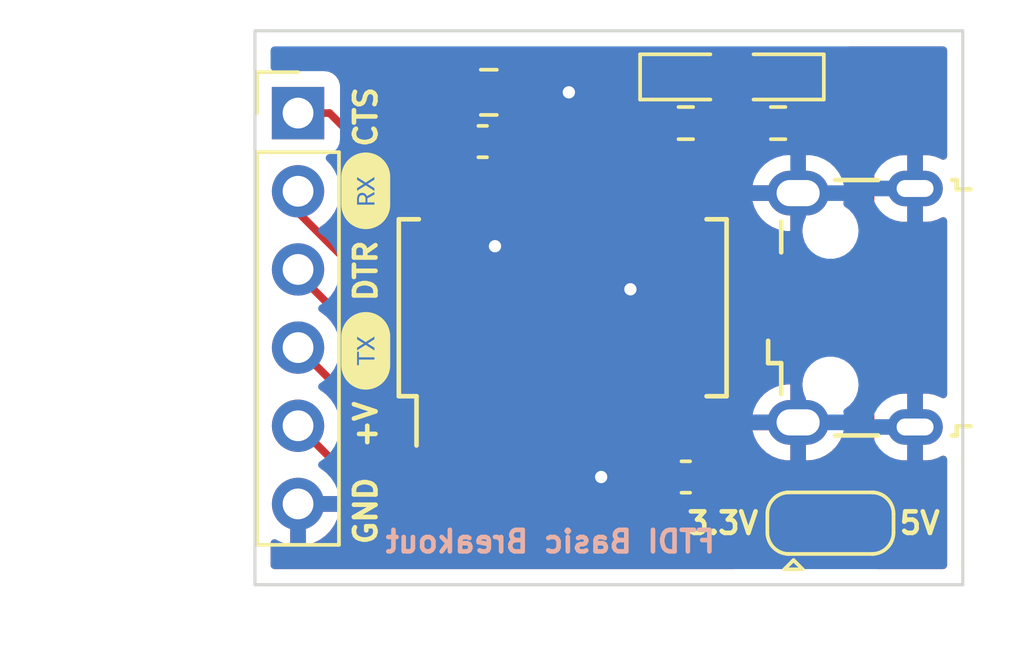
<source format=kicad_pcb>
(kicad_pcb (version 20210424) (generator pcbnew)
  (layers (0 "F.Cu" signal) (31 "B.Cu" signal) (34 "B.Paste" user) (35 "F.Paste" user) (36 "B.SilkS" user "B.Silkscreen") (37 "F.SilkS" user "F.Silkscreen") (38 "B.Mask" user) (39 "F.Mask" user) (44 "Edge.Cuts" user))
  (net 0 "")
  (net 1 "+5V")
  (net 2 "GND")
  (net 3 "Net-(D1-Pad1)")
  (net 4 "Net-(D2-Pad1)")
  (net 5 "Net-(J1-Pad2)")
  (net 6 "Net-(J1-Pad3)")
  (net 8 "/CTS")
  (net 9 "/RX")
  (net 10 "/DTR")
  (net 11 "/TX")
  (net 12 "/VCCIO")
  (net 13 "+3V3")
  (net 14 "/TX_LED")
  (net 15 "/RX_LED")
  (footprint "FTDI_Basic_Breakout:SSOP-28_5.3x10.2mm_P0.65mm" (layer "F.Cu") (at 130 101 90)
    (fp_text reference "U1" hide)
    (fp_text value "FT232RL" hide)
    (fp_line (start -2.875 -5.325) (end 2.875 -5.325) (layer "F.SilkS") (width 0.15))
    (fp_line (start 2.875 5.325) (end 2.875 4.675) (layer "F.SilkS") (width 0.15))
    (fp_line (start 2.875 -5.325) (end 2.875 -4.675) (layer "F.SilkS") (width 0.15))
    (fp_line (start -2.875 -4.75) (end -4.475 -4.75) (layer "F.SilkS") (width 0.15))
    (fp_line (start -2.875 -5.325) (end -2.875 -4.75) (layer "F.SilkS") (width 0.15))
    (fp_line (start -2.875 5.325) (end -2.875 4.675) (layer "F.SilkS") (width 0.15))
    (fp_line (start -2.875 5.325) (end 2.875 5.325) (layer "F.SilkS") (width 0.15))
    (pad "1" smd rect locked (at -3.6 -4.225 90) (size 1.75 0.45) (layers "F.Cu" "F.Paste" "F.Mask") (net 11 "/TX"))
    (pad "2" smd rect locked (at -3.6 -3.575 90) (size 1.75 0.45) (layers "F.Cu" "F.Paste" "F.Mask") (net 10 "/DTR"))
    (pad "3" smd rect locked (at -3.6 -2.925 90) (size 1.75 0.45) (layers "F.Cu" "F.Paste" "F.Mask"))
    (pad "4" smd rect locked (at -3.6 -2.275 90) (size 1.75 0.45) (layers "F.Cu" "F.Paste" "F.Mask") (net 12 "/VCCIO"))
    (pad "5" smd rect locked (at -3.6 -1.625 90) (size 1.75 0.45) (layers "F.Cu" "F.Paste" "F.Mask") (net 9 "/RX"))
    (pad "6" smd rect locked (at -3.6 -0.975 90) (size 1.75 0.45) (layers "F.Cu" "F.Paste" "F.Mask"))
    (pad "7" smd rect locked (at -3.6 -0.325 90) (size 1.75 0.45) (layers "F.Cu" "F.Paste" "F.Mask") (net 2 "GND"))
    (pad "8" smd rect locked (at -3.6 0.325 90) (size 1.75 0.45) (layers "F.Cu" "F.Paste" "F.Mask"))
    (pad "9" smd rect locked (at -3.6 0.975 90) (size 1.75 0.45) (layers "F.Cu" "F.Paste" "F.Mask"))
    (pad "10" smd rect locked (at -3.6 1.625 90) (size 1.75 0.45) (layers "F.Cu" "F.Paste" "F.Mask"))
    (pad "11" smd rect locked (at -3.6 2.275 90) (size 1.75 0.45) (layers "F.Cu" "F.Paste" "F.Mask") (net 8 "/CTS"))
    (pad "12" smd rect locked (at -3.6 2.925 90) (size 1.75 0.45) (layers "F.Cu" "F.Paste" "F.Mask"))
    (pad "13" smd rect locked (at -3.6 3.575 90) (size 1.75 0.45) (layers "F.Cu" "F.Paste" "F.Mask"))
    (pad "14" smd rect locked (at -3.6 4.225 90) (size 1.75 0.45) (layers "F.Cu" "F.Paste" "F.Mask"))
    (pad "15" smd rect locked (at 3.6 4.225 90) (size 1.75 0.45) (layers "F.Cu" "F.Paste" "F.Mask") (net 6 "Net-(J1-Pad3)"))
    (pad "16" smd rect locked (at 3.6 3.575 90) (size 1.75 0.45) (layers "F.Cu" "F.Paste" "F.Mask") (net 5 "Net-(J1-Pad2)"))
    (pad "17" smd rect locked (at 3.6 2.925 90) (size 1.75 0.45) (layers "F.Cu" "F.Paste" "F.Mask") (net 13 "+3V3"))
    (pad "18" smd rect locked (at 3.6 2.275 90) (size 1.75 0.45) (layers "F.Cu" "F.Paste" "F.Mask") (net 2 "GND"))
    (pad "19" smd rect locked (at 3.6 1.625 90) (size 1.75 0.45) (layers "F.Cu" "F.Paste" "F.Mask"))
    (pad "20" smd rect locked (at 3.6 0.975 90) (size 1.75 0.45) (layers "F.Cu" "F.Paste" "F.Mask") (net 1 "+5V"))
    (pad "21" smd rect locked (at 3.6 0.325 90) (size 1.75 0.45) (layers "F.Cu" "F.Paste" "F.Mask") (net 2 "GND"))
    (pad "22" smd rect locked (at 3.6 -0.325 90) (size 1.75 0.45) (layers "F.Cu" "F.Paste" "F.Mask") (net 15 "/RX_LED"))
    (pad "23" smd rect locked (at 3.6 -0.975 90) (size 1.75 0.45) (layers "F.Cu" "F.Paste" "F.Mask") (net 14 "/TX_LED"))
    (pad "24" smd rect locked (at 3.6 -1.625 90) (size 1.75 0.45) (layers "F.Cu" "F.Paste" "F.Mask"))
    (pad "25" smd rect locked (at 3.6 -2.275 90) (size 1.75 0.45) (layers "F.Cu" "F.Paste" "F.Mask") (net 2 "GND"))
    (pad "26" smd rect locked (at 3.6 -2.925 90) (size 1.75 0.45) (layers "F.Cu" "F.Paste" "F.Mask"))
    (pad "27" smd rect locked (at 3.6 -3.575 90) (size 1.75 0.45) (layers "F.Cu" "F.Paste" "F.Mask"))
    (pad "28" smd rect locked (at 3.6 -4.225 90) (size 1.75 0.45) (layers "F.Cu" "F.Paste" "F.Mask"))
  )
  (footprint "FTDI_Basic_Breakout:USB_Micro-B_Wuerth_629105150521" (layer "F.Cu") (at 139.5 101 90)
    (fp_text reference "J1" hide)
    (fp_text value "USB_B_Micro" hide)
    (fp_line (start -1.075 -2.825) (end -1.8 -2.825) (layer "F.SilkS") (width 0.15))
    (fp_line (start -4.15 -0.65) (end -4.15 0.75) (layer "F.SilkS") (width 0.15))
    (fp_line (start -4.15 3.3) (end -3.85 3.3) (layer "F.SilkS") (width 0.15))
    (fp_line (start 3.85 3.75) (end 3.85 3.3) (layer "F.SilkS") (width 0.15))
    (fp_line (start 3.85 3.3) (end 4.15 3.3) (layer "F.SilkS") (width 0.15))
    (fp_line (start -3.85 3.3) (end -3.85 3.75) (layer "F.SilkS") (width 0.15))
    (fp_line (start -1.8 -2.825) (end -1.8 -2.4) (layer "F.SilkS") (width 0.15))
    (fp_line (start -4.15 3.15) (end -4.15 3.3) (layer "F.SilkS") (width 0.15))
    (fp_line (start 1.8 -2.4) (end 2.8 -2.4) (layer "F.SilkS") (width 0.15))
    (fp_line (start 4.15 3.3) (end 4.15 3.15) (layer "F.SilkS") (width 0.15))
    (fp_line (start 4.15 0.75) (end 4.15 -0.65) (layer "F.SilkS") (width 0.15))
    (fp_line (start -1.8 -2.4) (end -2.8 -2.4) (layer "F.SilkS") (width 0.15))
    (pad "" np_thru_hole oval (at 2.5 -0.8 90) (size 0.8 0.8) (drill 0.8) (layers *.Cu *.Mask))
    (pad "" np_thru_hole oval (at -2.5 -0.8 90) (size 0.8 0.8) (drill 0.8) (layers *.Cu *.Mask))
    (pad "1" smd rect (at -1.3 -1.9 90) (size 0.45 1.3) (layers "F.Cu" "F.Paste" "F.Mask") (net 1 "+5V"))
    (pad "2" smd rect (at -0.65 -1.9 90) (size 0.45 1.3) (layers "F.Cu" "F.Paste" "F.Mask") (net 5 "Net-(J1-Pad2)"))
    (pad "3" smd rect (at 0 -1.9 90) (size 0.45 1.3) (layers "F.Cu" "F.Paste" "F.Mask") (net 6 "Net-(J1-Pad3)"))
    (pad "4" smd rect (at 0.65 -1.9 90) (size 0.45 1.3) (layers "F.Cu" "F.Paste" "F.Mask"))
    (pad "5" smd rect (at 1.3 -1.9 90) (size 0.45 1.3) (layers "F.Cu" "F.Paste" "F.Mask") (net 2 "GND"))
    (pad "6" thru_hole oval (at 3.725 -1.85 90) (size 1.45 2) (drill oval 0.85 1.4) (layers *.Cu *.Mask) (net 2 "GND"))
    (pad "6" thru_hole oval (at -3.725 -1.85 90) (size 1.45 2) (drill oval 0.85 1.4) (layers *.Cu *.Mask) (net 2 "GND"))
    (pad "6" thru_hole oval (at -3.875 1.95 90) (size 1.15 1.8) (drill oval 0.55 1.2) (layers *.Cu *.Mask) (net 2 "GND"))
    (pad "6" thru_hole oval (at 3.875 1.95 90) (size 1.15 1.8) (drill oval 0.55 1.2) (layers *.Cu *.Mask) (net 2 "GND"))
  )
  (footprint "FTDI_Basic_Breakout:R_0603_1608Metric" (layer "F.Cu") (at 137 95)
    (fp_text reference "R2" hide)
    (fp_text value "1K" hide)
    (fp_line (start -0.237258 -0.5225) (end 0.237258 -0.5225) (layer "F.SilkS") (width 0.12))
    (fp_line (start -0.237258 0.5225) (end 0.237258 0.5225) (layer "F.SilkS") (width 0.12))
    (pad "1" smd roundrect locked (at -0.825 0) (size 0.8 0.95) (layers "F.Cu" "F.Paste" "F.Mask") (net 15 "/RX_LED"))
    (pad "2" smd roundrect locked (at 0.825 0) (size 0.8 0.95) (layers "F.Cu" "F.Paste" "F.Mask") (net 4 "Net-(D2-Pad1)"))
  )
  (footprint "svg2mod" (layer "F.Cu") (at 123.6 97.2 90)
    (fp_text reference "svg2mod" hide)
    (fp_text value "G***" hide)
    (fp_poly (pts (xy -0.375365 -0.006976) (xy -0.261031 -0.006976) (xy -0.211276 -0.014146) (xy -0.172858 -0.035657) (xy -0.148295 -0.069182) (xy -0.140108 -0.112396) (xy -0.147908 -0.158614) (xy -0.171307 -0.192624) (xy -0.209435 -0.21365) (xy -0.261418 -0.220917) (xy -0.375365 -0.220917) (xy -0.375365 -0.006976)) (layer "F.SilkS") (width 0) (fill solid))
    (fp_poly (pts (xy -0.450166 -0.794784) (xy -0.450166 -0.282153) (xy -0.263356 -0.282153) (xy -0.204682 -0.27733) (xy -0.155783 -0.262861) (xy -0.11666 -0.238745) (xy -0.08813 -0.205414) (xy -0.071012 -0.163298) (xy -0.065306 -0.112396) (xy -0.072428 -0.063078) (xy -0.093793 -0.020541) (xy 0.178477 -0.002325) (xy -0.000194 -0.282153) (xy 0.08701 -0.282153) (xy 0.223048 -0.065887) (xy 0.358311 -0.282153) (xy 0.445903 -0.282153) (xy 0.267619 -0.002325) (xy 0.450166 0.282153) (xy 0.3618 0.282153) (xy 0.223048 0.062012) (xy 0.083522 0.282153) (xy -0.004457 0.282153) (xy 0.178477 -0.002325) (xy -0.093793 -0.020541) (xy -0.127851 0.013662) (xy -0.173051 0.037982) (xy -0.040501 0.277502) (xy -0.040501 0.282153) (xy -0.120342 0.282153) (xy -0.242815 0.053873) (xy -0.375365 0.053873) (xy -0.375365 0.282153) (xy -0.450166 0.282153) (xy -0.450166 -0.282153) (xy -0.450166 -0.794784) (xy -0.450232 -0.794784) (xy -0.489231 -0.793826) (xy -0.528135 -0.790956) (xy -0.566851 -0.786181) (xy -0.605287 -0.779512) (xy -0.643349 -0.770965) (xy -0.680946 -0.76056) (xy -0.717987 -0.748324) (xy -0.754383 -0.734284) (xy -0.790046 -0.718476) (xy -0.824891 -0.700936) (xy -0.858833 -0.681709) (xy -0.891791 -0.660838) (xy -0.923684 -0.638376) (xy -0.954438 -0.614376) (xy -0.983976 -0.588896) (xy -1.012229 -0.561997) (xy -1.039128 -0.533744) (xy -1.064608 -0.504205) (xy -1.088609 -0.473452) (xy -1.111071 -0.441558) (xy -1.131941 -0.4086) (xy -1.151169 -0.374658) (xy -1.168708 -0.339814) (xy -1.184517 -0.30415) (xy -1.198556 -0.267754) (xy -1.210793 -0.230713) (xy -1.221197 -0.193117) (xy -1.229744 -0.155055) (xy -1.236414 -0.116619) (xy -1.241189 -0.077902) (xy -1.244059 -0.038998) (xy -1.245016 0) (xy -1.244059 0.038998) (xy -1.241189 0.077902) (xy -1.236414 0.116619) (xy -1.229744 0.155055) (xy -1.221197 0.193117) (xy -1.210793 0.230713) (xy -1.198556 0.267754) (xy -1.184517 0.30415) (xy -1.168708 0.339814) (xy -1.151169 0.374658) (xy -1.131941 0.4086) (xy -1.111071 0.441558) (xy -1.088609 0.473452) (xy -1.064608 0.504205) (xy -1.039128 0.533744) (xy -1.012229 0.561997) (xy -0.983976 0.588896) (xy -0.954438 0.614376) (xy -0.923684 0.638376) (xy -0.891791 0.660838) (xy -0.858833 0.681709) (xy -0.824891 0.700936) (xy -0.790046 0.718476) (xy -0.754383 0.734284) (xy -0.717987 0.748324) (xy -0.680946 0.76056) (xy -0.643349 0.770965) (xy -0.605287 0.779512) (xy -0.566851 0.786181) (xy -0.528135 0.790956) (xy -0.489231 0.793826) (xy -0.450232 0.794784) (xy -0.450166 0.794784) (xy 0.450166 0.794784) (xy 0.450232 0.794784) (xy 0.489231 0.793826) (xy 0.528135 0.790956) (xy 0.566851 0.786181) (xy 0.605287 0.779512) (xy 0.643349 0.770965) (xy 0.680946 0.76056) (xy 0.717987 0.748324) (xy 0.754383 0.734284) (xy 0.790046 0.718476) (xy 0.824891 0.700936) (xy 0.858833 0.681709) (xy 0.891791 0.660838) (xy 0.923684 0.638376) (xy 0.954438 0.614376) (xy 0.983976 0.588896) (xy 1.012229 0.561997) (xy 1.039128 0.533744) (xy 1.064608 0.504205) (xy 1.088609 0.473452) (xy 1.111071 0.441558) (xy 1.131941 0.4086) (xy 1.151169 0.374658) (xy 1.168708 0.339814) (xy 1.184517 0.30415) (xy 1.198556 0.267755) (xy 1.210793 0.230713) (xy 1.221197 0.193117) (xy 1.229744 0.155055) (xy 1.236414 0.116619) (xy 1.241189 0.077902) (xy 1.244059 0.038998) (xy 1.245016 0) (xy 1.244059 -0.038998) (xy 1.241189 -0.077902) (xy 1.236414 -0.116619) (xy 1.229744 -0.155055) (xy 1.221197 -0.193117) (xy 1.210793 -0.230713) (xy 1.198556 -0.267755) (xy 1.184517 -0.30415) (xy 1.168708 -0.339814) (xy 1.151169 -0.374658) (xy 1.131941 -0.4086) (xy 1.111071 -0.441558) (xy 1.088609 -0.473452) (xy 1.064608 -0.504205) (xy 1.039128 -0.533744) (xy 1.012229 -0.561997) (xy 0.983976 -0.588896) (xy 0.954438 -0.614376) (xy 0.923684 -0.638376) (xy 0.891791 -0.660838) (xy 0.858833 -0.681709) (xy 0.824891 -0.700936) (xy 0.790046 -0.718476) (xy 0.754383 -0.734284) (xy 0.717987 -0.748324) (xy 0.680946 -0.76056) (xy 0.643349 -0.770965) (xy 0.605287 -0.779512) (xy 0.566851 -0.786181) (xy 0.528135 -0.790956) (xy 0.489231 -0.793826) (xy 0.450232 -0.794784) (xy 0.450166 -0.794784) (xy -0.450166 -0.794784)) (layer "F.SilkS") (width 0) (fill solid))
  )
  (footprint "FTDI_Basic_Breakout:C_0805_2012Metric" (layer "F.Cu") (at 127.6 94)
    (fp_text reference "C2" hide)
    (fp_text value "10uF" hide)
    (fp_line (start -0.261252 0.735) (end 0.261252 0.735) (layer "F.SilkS") (width 0.12))
    (fp_line (start -0.261252 -0.735) (end 0.261252 -0.735) (layer "F.SilkS") (width 0.12))
    (pad "1" smd roundrect locked (at -0.95 0) (size 1 1.45) (layers "F.Cu" "F.Paste" "F.Mask") (net 1 "+5V"))
    (pad "2" smd roundrect locked (at 0.95 0) (size 1 1.45) (layers "F.Cu" "F.Paste" "F.Mask") (net 2 "GND"))
  )
  (footprint "FTDI_Basic_Breakout:C_0603_1608Metric" (layer "F.Cu") (at 134 106.5)
    (fp_text reference "C3" hide)
    (fp_text value "0.1uF" hide)
    (fp_line (start -0.14058 -0.51) (end 0.14058 -0.51) (layer "F.SilkS") (width 0.12))
    (fp_line (start -0.14058 0.51) (end 0.14058 0.51) (layer "F.SilkS") (width 0.12))
    (pad "1" smd roundrect locked (at -0.775 0) (size 0.9 0.95) (layers "F.Cu" "F.Paste" "F.Mask") (net 2 "GND"))
    (pad "2" smd roundrect locked (at 0.775 0) (size 0.9 0.95) (layers "F.Cu" "F.Paste" "F.Mask") (net 13 "+3V3"))
  )
  (footprint "FTDI_Basic_Breakout:SolderJumper-3_P1.3mm_Bridged12_RoundedPad1.0x1.5mm" (layer "F.Cu") (at 138.7 108)
    (fp_text reference "JP1" hide)
    (fp_text value "SolderJumper_3_Bridged12" hide)
    (fp_poly (pts (xy -0.9 -0.3) (xy -0.4 -0.3) (xy -0.4 0.3) (xy -0.9 0.3)) (layer "F.Cu") (width 0) (fill solid))
    (fp_line (start -1.2 1.2) (end -0.9 1.5) (layer "F.SilkS") (width 0.12))
    (fp_line (start 2.05 -0.3) (end 2.05 0.3) (layer "F.SilkS") (width 0.12))
    (fp_line (start 1.4 1) (end -1.4 1) (layer "F.SilkS") (width 0.12))
    (fp_line (start -1.5 1.5) (end -0.9 1.5) (layer "F.SilkS") (width 0.12))
    (fp_line (start -1.2 1.2) (end -1.5 1.5) (layer "F.SilkS") (width 0.12))
    (fp_line (start -2.05 0.3) (end -2.05 -0.3) (layer "F.SilkS") (width 0.12))
    (fp_line (start -1.4 -1) (end 1.4 -1) (layer "F.SilkS") (width 0.12))
    (fp_arc (start -1.35 0.3) (end -2.05 0.3) (angle -90) (layer "F.SilkS") (width 0.12))
    (fp_arc (start 1.35 -0.3) (end 2.05 -0.3) (angle -90) (layer "F.SilkS") (width 0.12))
    (fp_arc (start 1.35 0.3) (end 1.35 1) (angle -90) (layer "F.SilkS") (width 0.12))
    (fp_arc (start -1.35 -0.3) (end -1.35 -1) (angle -90) (layer "F.SilkS") (width 0.12))
    (pad "1" smd custom locked (at -1.3 0) (size 1 0.5) (layers "F.Cu" "F.Mask") (net 13 "+3V3") (options (clearance outline) (anchor rect)) (primitives (gr_circle (center 0 0.25) (end 0.5 0.25) (width 0) (fill yes)) (gr_circle (center 0 -0.25) (end 0.5 -0.25) (width 0) (fill yes)) (gr_poly (pts (xy 0.55 -0.75) (xy 0 -0.75) (xy 0 0.75) (xy 0.55 0.75)) (width 0) (fill yes))))
    (pad "2" smd rect locked (at 0 0) (size 1 1.5) (layers "F.Cu" "F.Mask") (net 12 "/VCCIO"))
    (pad "3" smd custom locked (at 1.3 0) (size 1 0.5) (layers "F.Cu" "F.Mask") (net 1 "+5V") (options (clearance outline) (anchor rect)) (primitives (gr_circle (center 0 0.25) (end 0.5 0.25) (width 0) (fill yes)) (gr_circle (center 0 -0.25) (end 0.5 -0.25) (width 0) (fill yes)) (gr_poly (pts (xy -0.55 -0.75) (xy 0 -0.75) (xy 0 0.75) (xy -0.55 0.75)) (width 0) (fill yes))))
  )
  (footprint "FTDI_Basic_Breakout:R_0603_1608Metric" (layer "F.Cu") (at 134 95 180)
    (fp_text reference "R1" hide)
    (fp_text value "1K" hide)
    (fp_line (start -0.237258 -0.5225) (end 0.237258 -0.5225) (layer "F.SilkS") (width 0.12))
    (fp_line (start -0.237258 0.5225) (end 0.237258 0.5225) (layer "F.SilkS") (width 0.12))
    (pad "1" smd roundrect locked (at -0.825 0 180) (size 0.8 0.95) (layers "F.Cu" "F.Paste" "F.Mask") (net 14 "/TX_LED"))
    (pad "2" smd roundrect locked (at 0.825 0 180) (size 0.8 0.95) (layers "F.Cu" "F.Paste" "F.Mask") (net 3 "Net-(D1-Pad1)"))
  )
  (footprint "FTDI_Basic_Breakout:LED_0603_1608Metric" (layer "F.Cu") (at 134 93.5)
    (fp_text reference "D1" hide)
    (fp_text value "TX" hide)
    (fp_line (start -1.485 -0.735) (end -1.485 0.735) (layer "F.SilkS") (width 0.12))
    (fp_line (start -1.485 0.735) (end 0.8 0.735) (layer "F.SilkS") (width 0.12))
    (fp_line (start 0.8 -0.735) (end -1.485 -0.735) (layer "F.SilkS") (width 0.12))
    (pad "1" smd roundrect locked (at -0.7875 0) (size 0.875 0.95) (layers "F.Cu" "F.Paste" "F.Mask") (net 3 "Net-(D1-Pad1)"))
    (pad "2" smd roundrect locked (at 0.7875 0) (size 0.875 0.95) (layers "F.Cu" "F.Paste" "F.Mask") (net 1 "+5V"))
  )
  (footprint "svg2mod" (layer "F.Cu") (at 123.6 102.4 90)
    (fp_text reference "svg2mod" hide)
    (fp_text value "G***" hide)
    (fp_poly (pts (xy -0.465669 -0.794784) (xy -0.465669 -0.282153) (xy -0.029262 -0.282153) (xy -0.029262 -0.220917) (xy -0.210646 -0.220917) (xy 0.19398 -0.002325) (xy 0.015309 -0.282153) (xy 0.102513 -0.282153) (xy 0.238551 -0.065887) (xy 0.373814 -0.282153) (xy 0.461406 -0.282153) (xy 0.283122 -0.002325) (xy 0.465669 0.282153) (xy 0.377303 0.282153) (xy 0.238551 0.062012) (xy 0.099025 0.282153) (xy 0.011046 0.282153) (xy 0.19398 -0.002325) (xy -0.210646 -0.220917) (xy -0.210646 0.282153) (xy -0.284673 0.282153) (xy -0.284673 -0.220917) (xy -0.465669 -0.220917) (xy -0.465669 -0.282153) (xy -0.465669 -0.794784) (xy -0.465735 -0.794784) (xy -0.504734 -0.793826) (xy -0.543638 -0.790956) (xy -0.582354 -0.786181) (xy -0.62079 -0.779512) (xy -0.658852 -0.770965) (xy -0.696449 -0.76056) (xy -0.73349 -0.748324) (xy -0.769886 -0.734284) (xy -0.805549 -0.718476) (xy -0.840394 -0.700936) (xy -0.874336 -0.681709) (xy -0.907293 -0.660838) (xy -0.939187 -0.638376) (xy -0.969941 -0.614376) (xy -0.999479 -0.588896) (xy -1.027732 -0.561997) (xy -1.054631 -0.533744) (xy -1.080111 -0.504205) (xy -1.104112 -0.473452) (xy -1.126574 -0.441558) (xy -1.147444 -0.4086) (xy -1.166672 -0.374658) (xy -1.184211 -0.339814) (xy -1.20002 -0.30415) (xy -1.214059 -0.267754) (xy -1.226296 -0.230713) (xy -1.2367 -0.193117) (xy -1.245247 -0.155055) (xy -1.251917 -0.116619) (xy -1.256692 -0.077902) (xy -1.259562 -0.038998) (xy -1.260519 0) (xy -1.259562 0.038998) (xy -1.256692 0.077902) (xy -1.251917 0.116619) (xy -1.245247 0.155055) (xy -1.2367 0.193117) (xy -1.226296 0.230713) (xy -1.214059 0.267754) (xy -1.20002 0.30415) (xy -1.184211 0.339814) (xy -1.166672 0.374658) (xy -1.147444 0.4086) (xy -1.126574 0.441558) (xy -1.104112 0.473452) (xy -1.080111 0.504205) (xy -1.054631 0.533744) (xy -1.027732 0.561997) (xy -0.999479 0.588896) (xy -0.969941 0.614376) (xy -0.939187 0.638376) (xy -0.907293 0.660838) (xy -0.874336 0.681709) (xy -0.840394 0.700936) (xy -0.805549 0.718476) (xy -0.769886 0.734284) (xy -0.73349 0.748324) (xy -0.696449 0.76056) (xy -0.658852 0.770965) (xy -0.62079 0.779512) (xy -0.582354 0.786181) (xy -0.543638 0.790956) (xy -0.504734 0.793826) (xy -0.465735 0.794784) (xy -0.465669 0.794784) (xy 0.465669 0.794784) (xy 0.465735 0.794784) (xy 0.504734 0.793826) (xy 0.543638 0.790956) (xy 0.582354 0.786181) (xy 0.62079 0.779512) (xy 0.658852 0.770965) (xy 0.696449 0.76056) (xy 0.73349 0.748324) (xy 0.769886 0.734284) (xy 0.805549 0.718476) (xy 0.840394 0.700936) (xy 0.874336 0.681709) (xy 0.907293 0.660838) (xy 0.939187 0.638376) (xy 0.969941 0.614376) (xy 0.999479 0.588896) (xy 1.027732 0.561997) (xy 1.054631 0.533744) (xy 1.080111 0.504205) (xy 1.104111 0.473452) (xy 1.126574 0.441558) (xy 1.147444 0.4086) (xy 1.166672 0.374658) (xy 1.184211 0.339814) (xy 1.20002 0.30415) (xy 1.214059 0.267755) (xy 1.226296 0.230713) (xy 1.2367 0.193117) (xy 1.245247 0.155055) (xy 1.251917 0.116619) (xy 1.256692 0.077902) (xy 1.259562 0.038998) (xy 1.260519 0) (xy 1.259562 -0.038998) (xy 1.256692 -0.077902) (xy 1.251917 -0.116619) (xy 1.245247 -0.155055) (xy 1.2367 -0.193117) (xy 1.226296 -0.230713) (xy 1.214059 -0.267755) (xy 1.20002 -0.30415) (xy 1.184211 -0.339814) (xy 1.166672 -0.374658) (xy 1.147444 -0.4086) (xy 1.126574 -0.441558) (xy 1.104111 -0.473452) (xy 1.080111 -0.504205) (xy 1.054631 -0.533744) (xy 1.027732 -0.561997) (xy 0.999479 -0.588896) (xy 0.969941 -0.614376) (xy 0.939187 -0.638376) (xy 0.907293 -0.660838) (xy 0.874336 -0.681709) (xy 0.840394 -0.700936) (xy 0.805549 -0.718476) (xy 0.769886 -0.734284) (xy 0.73349 -0.748324) (xy 0.696449 -0.76056) (xy 0.658852 -0.770965) (xy 0.62079 -0.779512) (xy 0.582354 -0.786181) (xy 0.543638 -0.790956) (xy 0.504734 -0.793826) (xy 0.465735 -0.794784) (xy 0.465669 -0.794784) (xy -0.465669 -0.794784)) (layer "F.SilkS") (width 0) (fill solid))
  )
  (footprint "Connector_PinHeader_2.54mm:PinHeader_1x06_P2.54mm_Vertical" (layer "F.Cu") (at 121.4 94.675)
    (fp_text reference "J2" hide)
    (fp_text value "Conn_01x06_Female" hide)
    (fp_line (start -1.33 -1.33) (end 0 -1.33) (layer "F.SilkS") (width 0.12))
    (fp_line (start -1.33 1.27) (end -1.33 14.03) (layer "F.SilkS") (width 0.12))
    (fp_line (start -1.33 0) (end -1.33 -1.33) (layer "F.SilkS") (width 0.12))
    (fp_line (start -1.33 1.27) (end 1.33 1.27) (layer "F.SilkS") (width 0.12))
    (fp_line (start 1.33 1.27) (end 1.33 14.03) (layer "F.SilkS") (width 0.12))
    (fp_line (start -1.33 14.03) (end 1.33 14.03) (layer "F.SilkS") (width 0.12))
    (pad "1" thru_hole rect locked (at 0 0) (size 1.7 1.7) (drill 1) (layers *.Cu *.Mask) (net 8 "/CTS"))
    (pad "2" thru_hole oval locked (at 0 2.54) (size 1.7 1.7) (drill 1) (layers *.Cu *.Mask) (net 9 "/RX"))
    (pad "3" thru_hole oval locked (at 0 5.08) (size 1.7 1.7) (drill 1) (layers *.Cu *.Mask) (net 10 "/DTR"))
    (pad "4" thru_hole oval locked (at 0 7.62) (size 1.7 1.7) (drill 1) (layers *.Cu *.Mask) (net 11 "/TX"))
    (pad "5" thru_hole oval locked (at 0 10.16) (size 1.7 1.7) (drill 1) (layers *.Cu *.Mask) (net 12 "/VCCIO"))
    (pad "6" thru_hole oval locked (at 0 12.7) (size 1.7 1.7) (drill 1) (layers *.Cu *.Mask) (net 2 "GND"))
  )
  (footprint "FTDI_Basic_Breakout:C_0603_1608Metric" (layer "F.Cu") (at 127.4 95.6)
    (fp_text reference "C1" hide)
    (fp_text value "0.1uF" hide)
    (fp_line (start -0.14058 0.51) (end 0.14058 0.51) (layer "F.SilkS") (width 0.12))
    (fp_line (start -0.14058 -0.51) (end 0.14058 -0.51) (layer "F.SilkS") (width 0.12))
    (pad "1" smd roundrect locked (at -0.775 0) (size 0.9 0.95) (layers "F.Cu" "F.Paste" "F.Mask") (net 1 "+5V"))
    (pad "2" smd roundrect locked (at 0.775 0) (size 0.9 0.95) (layers "F.Cu" "F.Paste" "F.Mask") (net 2 "GND"))
  )
  (footprint "FTDI_Basic_Breakout:LED_0603_1608Metric" (layer "F.Cu") (at 137 93.5 180)
    (fp_text reference "D2" hide)
    (fp_text value "RX" hide)
    (fp_line (start 0.8 -0.735) (end -1.485 -0.735) (layer "F.SilkS") (width 0.12))
    (fp_line (start -1.485 -0.735) (end -1.485 0.735) (layer "F.SilkS") (width 0.12))
    (fp_line (start -1.485 0.735) (end 0.8 0.735) (layer "F.SilkS") (width 0.12))
    (pad "1" smd roundrect locked (at -0.7875 0 180) (size 0.875 0.95) (layers "F.Cu" "F.Paste" "F.Mask") (net 4 "Net-(D2-Pad1)"))
    (pad "2" smd roundrect locked (at 0.7875 0 180) (size 0.875 0.95) (layers "F.Cu" "F.Paste" "F.Mask") (net 1 "+5V"))
  )
  (gr_line (start 143 92) (end 120 92) (layer "Edge.Cuts") (width 0.1))
  (gr_line (start 120 92) (end 120 110) (layer "Edge.Cuts") (width 0.1))
  (gr_line (start 143 110) (end 143 92) (layer "Edge.Cuts") (width 0.1))
  (gr_line (start 120 110) (end 143 110) (layer "Edge.Cuts") (width 0.1))
  (gr_text "FTDI Basic Breakout" (at 129.6 108.6) (layer "B.SilkS") (effects (font (size 0.7 0.7)) (justify mirror)))
  (gr_text "DTR" (at 123.6 99.8 90) (layer "F.SilkS") (effects (font (size 0.7 0.7))))
  (gr_text "3.3V" (at 135.2 108) (layer "F.SilkS") (effects (font (size 0.7 0.7))))
  (gr_text "CTS" (at 123.6 94.8 90) (layer "F.SilkS") (effects (font (size 0.7 0.7))))
  (gr_text "GND" (at 123.6 107.6 90) (layer "F.SilkS") (effects (font (size 0.7 0.7))))
  (gr_text "+V" (at 123.6 104.8 90) (layer "F.SilkS") (effects (font (size 0.7 0.7))))
  (gr_text "5V" (at 141.6 108) (layer "F.SilkS") (effects (font (size 0.7 0.7))))
  (segment (start 134.7875 93.5) (end 136.2125 93.5) (width 0.25) (layer "F.Cu") (net 1))
  (segment (start 140 101.4) (end 140 94.4) (width 0.25) (layer "F.Cu") (net 1))
  (segment (start 140 94.4) (end 138.30048 92.70048) (width 0.25) (layer "F.Cu") (net 1))
  (segment (start 139.1 102.3) (end 140 101.4) (width 0.25) (layer "F.Cu") (net 1))
  (segment (start 139.1 102.3) (end 140 103.2) (width 0.25) (layer "F.Cu") (net 1))
  (segment (start 126.625 94.025) (end 126.65 94) (width 0.25) (layer "F.Cu") (net 1))
  (segment (start 125.2 96.47088) (end 125.2 98.6) (width 0.25) (layer "F.Cu") (net 1))
  (segment (start 137.6 102.3) (end 138.5 102.3) (width 0.25) (layer "F.Cu") (net 1))
  (segment (start 127.94952 92.70048) (end 126.65 94) (width 0.25) (layer "F.Cu") (net 1))
  (segment (start 137.01202 92.70048) (end 136.2125 93.5) (width 0.25) (layer "F.Cu") (net 1))
  (segment (start 138.30048 92.70048) (end 137.01202 92.70048) (width 0.25) (layer "F.Cu") (net 1))
  (segment (start 125.2 98.6) (end 126.6 100) (width 0.25) (layer "F.Cu") (net 1))
  (segment (start 140 103.2) (end 140 108) (width 0.25) (layer "F.Cu") (net 1))
  (segment (start 134.7875 93.5) (end 133.98798 92.70048) (width 0.25) (layer "F.Cu") (net 1))
  (segment (start 126.625 95.6) (end 126.07088 95.6) (width 0.25) (layer "F.Cu") (net 1))
  (segment (start 126.625 95.6) (end 126.625 94.025) (width 0.25) (layer "F.Cu") (net 1))
  (segment (start 130.975 99.025) (end 130.975 97.4) (width 0.25) (layer "F.Cu") (net 1))
  (segment (start 126.6 100) (end 130 100) (width 0.25) (layer "F.Cu") (net 1))
  (segment (start 130 100) (end 130.975 99.025) (width 0.25) (layer "F.Cu") (net 1))
  (segment (start 126.07088 95.6) (end 125.2 96.47088) (width 0.25) (layer "F.Cu") (net 1))
  (segment (start 133.98798 92.70048) (end 127.94952 92.70048) (width 0.25) (layer "F.Cu") (net 1))
  (segment (start 138.5 102.3) (end 139.1 102.3) (width 0.25) (layer "F.Cu") (net 1))
  (segment (start 129.675 104.6) (end 129.675 106.175) (width 0.25) (layer "F.Cu") (net 2))
  (segment (start 128.55 94) (end 130.2 94) (width 0.25) (layer "F.Cu") (net 2))
  (segment (start 130.325 97.4) (end 130.325 98.525) (width 0.25) (layer "F.Cu") (net 2))
  (segment (start 129.675 106.175) (end 130 106.5) (width 0.25) (layer "F.Cu") (net 2))
  (segment (start 132.275 100.325) (end 132.2 100.4) (width 0.25) (layer "F.Cu") (net 2))
  (segment (start 130 106.5) (end 131.25 106.5) (width 0.25) (layer "F.Cu") (net 2))
  (segment (start 128.4 95.375) (end 128.4 94.15) (width 0.25) (layer "F.Cu") (net 2))
  (segment (start 128.4 94.15) (end 128.55 94) (width 0.25) (layer "F.Cu") (net 2))
  (segment (start 130.325 98.525) (end 129.85 99) (width 0.25) (layer "F.Cu") (net 2))
  (segment (start 127.725 97.4) (end 127.725 98.925) (width 0.25) (layer "F.Cu") (net 2))
  (segment (start 128.175 95.6) (end 128.4 95.375) (width 0.25) (layer "F.Cu") (net 2))
  (segment (start 129.85 99) (end 127.8 99) (width 0.25) (layer "F.Cu") (net 2))
  (segment (start 127.725 98.925) (end 127.8 99) (width 0.25) (layer "F.Cu") (net 2))
  (segment (start 132.275 97.4) (end 132.275 100.325) (width 0.25) (layer "F.Cu") (net 2))
  (via (at 130.2 94) (size 0.8) (drill 0.4) (layers "F.Cu" "B.Cu") (net 2))
  (via (at 131.25 106.5) (size 0.8) (drill 0.4) (layers "F.Cu" "B.Cu") (net 2))
  (via (at 127.8 99) (size 0.8) (drill 0.4) (layers "F.Cu" "B.Cu") (net 2))
  (via (at 132.2 100.4) (size 0.8) (drill 0.4) (layers "F.Cu" "B.Cu") (net 2))
  (segment (start 133.2125 93.5) (end 133.2125 94.9625) (width 0.25) (layer "F.Cu") (net 3))
  (segment (start 133.2125 94.9625) (end 133.175 95) (width 0.25) (layer "F.Cu") (net 3))
  (segment (start 137.7875 93.5) (end 137.7875 94.9625) (width 0.25) (layer "F.Cu") (net 4))
  (segment (start 137.7875 94.9625) (end 137.825 95) (width 0.25) (layer "F.Cu") (net 4))
  (segment (start 133.575 98.525) (end 133.575 97.4) (width 0.25) (layer "F.Cu") (net 5))
  (segment (start 136.7 101.65) (end 133.575 98.525) (width 0.25) (layer "F.Cu") (net 5))
  (segment (start 137.6 101.65) (end 136.7 101.65) (width 0.25) (layer "F.Cu") (net 5))
  (segment (start 134.225 98.448416) (end 134.225 97.4) (width 0.25) (layer "F.Cu") (net 6))
  (segment (start 136.776584 101) (end 134.225 98.448416) (width 0.25) (layer "F.Cu") (net 6))
  (segment (start 137.6 101) (end 136.776584 101) (width 0.25) (layer "F.Cu") (net 6))
  (segment (start 126.75 101.75) (end 130.55 101.75) (width 0.25) (layer "F.Cu") (net 8))
  (segment (start 123.75 96) (end 123.75 98.75) (width 0.25) (layer "F.Cu") (net 8))
  (segment (start 123.75 98.75) (end 126.75 101.75) (width 0.25) (layer "F.Cu") (net 8))
  (segment (start 132.275 103.475) (end 131.05 102.25) (width 0.25) (layer "F.Cu") (net 8))
  (segment (start 121.4 94.675) (end 122.425 94.675) (width 0.25) (layer "F.Cu") (net 8))
  (segment (start 130.55 101.75) (end 131.05 102.25) (width 0.25) (layer "F.Cu") (net 8))
  (segment (start 132.275 104.6) (end 132.275 103.475) (width 0.25) (layer "F.Cu") (net 8))
  (segment (start 122.425 94.675) (end 123.75 96) (width 0.25) (layer "F.Cu") (net 8))
  (segment (start 121.4 97.215) (end 121.4 97.9) (width 0.25) (layer "F.Cu") (net 9))
  (segment (start 126.25 102.75) (end 127.65 102.75) (width 0.25) (layer "F.Cu") (net 9))
  (segment (start 127.65 102.75) (end 128.375 103.475) (width 0.25) (layer "F.Cu") (net 9))
  (segment (start 128.375 103.475) (end 128.375 104.6) (width 0.25) (layer "F.Cu") (net 9))
  (segment (start 121.4 97.9) (end 126.25 102.75) (width 0.25) (layer "F.Cu") (net 9))
  (segment (start 126.425 103.56588) (end 126.259609 103.400489) (width 0.25) (layer "F.Cu") (net 10))
  (segment (start 124.900489 103.400489) (end 121.4 99.9) (width 0.25) (layer "F.Cu") (net 10))
  (segment (start 121.4 99.9) (end 121.4 99.755) (width 0.25) (layer "F.Cu") (net 10))
  (segment (start 126.259609 103.400489) (end 124.900489 103.400489) (width 0.25) (layer "F.Cu") (net 10))
  (segment (start 126.425 104.6) (end 126.425 103.56588) (width 0.25) (layer "F.Cu") (net 10))
  (segment (start 123.705 104.6) (end 121.4 102.295) (width 0.25) (layer "F.Cu") (net 11))
  (segment (start 125.775 104.6) (end 123.705 104.6) (width 0.25) (layer "F.Cu") (net 11))
  (segment (start 127 106.5) (end 127.725 105.775) (width 0.25) (layer "F.Cu") (net 12))
  (segment (start 138.7 108) (end 138.7 109) (width 0.25) (layer "F.Cu") (net 12))
  (segment (start 127.725 105.775) (end 127.725 105.725) (width 0.25) (layer "F.Cu") (net 12))
  (segment (start 130.25 108.25) (end 127.725 105.725) (width 0.25) (layer "F.Cu") (net 12))
  (segment (start 138.624352 109.075648) (end 136.325648 109.075648) (width 0.25) (layer "F.Cu") (net 12))
  (segment (start 127.725 105.725) (end 127.725 104.6) (width 0.25) (layer "F.Cu") (net 12))
  (segment (start 135.5 108.25) (end 130.25 108.25) (width 0.25) (layer "F.Cu") (net 12))
  (segment (start 123.065 106.5) (end 127 106.5) (width 0.25) (layer "F.Cu") (net 12))
  (segment (start 138.7 109) (end 138.624352 109.075648) (width 0.25) (layer "F.Cu") (net 12))
  (segment (start 136.325648 109.075648) (end 135.5 108.25) (width 0.25) (layer "F.Cu") (net 12))
  (segment (start 121.4 104.835) (end 123.065 106.5) (width 0.25) (layer "F.Cu") (net 12))
  (segment (start 134.775 100.775) (end 132.925 98.925) (width 0.25) (layer "F.Cu") (net 13))
  (segment (start 132.925 98.925) (end 132.925 97.4) (width 0.25) (layer "F.Cu") (net 13))
  (segment (start 137.4 108) (end 135.9 106.5) (width 0.25) (layer "F.Cu") (net 13))
  (segment (start 135.9 106.5) (end 134.775 106.5) (width 0.25) (layer "F.Cu") (net 13))
  (segment (start 134.775 106.5) (end 134.775 100.775) (width 0.25) (layer "F.Cu") (net 13))
  (segment (start 134.02548 95.79952) (end 129.50048 95.79952) (width 0.25) (layer "F.Cu") (net 14))
  (segment (start 134.825 95) (end 134.02548 95.79952) (width 0.25) (layer "F.Cu") (net 14))
  (segment (start 129.025 96.275) (end 129.025 97.4) (width 0.25) (layer "F.Cu") (net 14))
  (segment (start 129.50048 95.79952) (end 129.025 96.275) (width 0.25) (layer "F.Cu") (net 14))
  (segment (start 134.925 96.25) (end 136.175 95) (width 0.25) (layer "F.Cu") (net 15))
  (segment (start 129.675 96.54588) (end 129.97088 96.25) (width 0.25) (layer "F.Cu") (net 15))
  (segment (start 129.97088 96.25) (end 134.925 96.25) (width 0.25) (layer "F.Cu") (net 15))
  (segment (start 129.675 97.4) (end 129.675 96.54588) (width 0.25) (layer "F.Cu") (net 15))
  (zone (net 2) (net_name "GND") (layers F&B.Cu) (connect_pads (clearance 0.508)) (min_thickness 0.254) (fill yes (thermal_gap 0.508) (thermal_bridge_width 0.508))
    (polygon (pts (xy 145 111) (xy 119 111) (xy 119 91) (xy 145 91)))
  )
)
</source>
